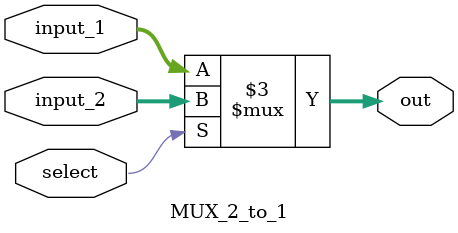
<source format=v>
`timescale 1ns / 1ps

module MUX_2_to_1
#(parameter data_length = 32)
	(
	input wire [data_length - 1 : 0] input_1,
	input wire [data_length - 1 : 0] input_2,
	input wire  select,
	
	output reg [data_length - 1 : 0] out
    );
	
	always @(*)
	begin
		if(select)
			out = input_2;
		else
			out = input_1;
	end

endmodule

</source>
